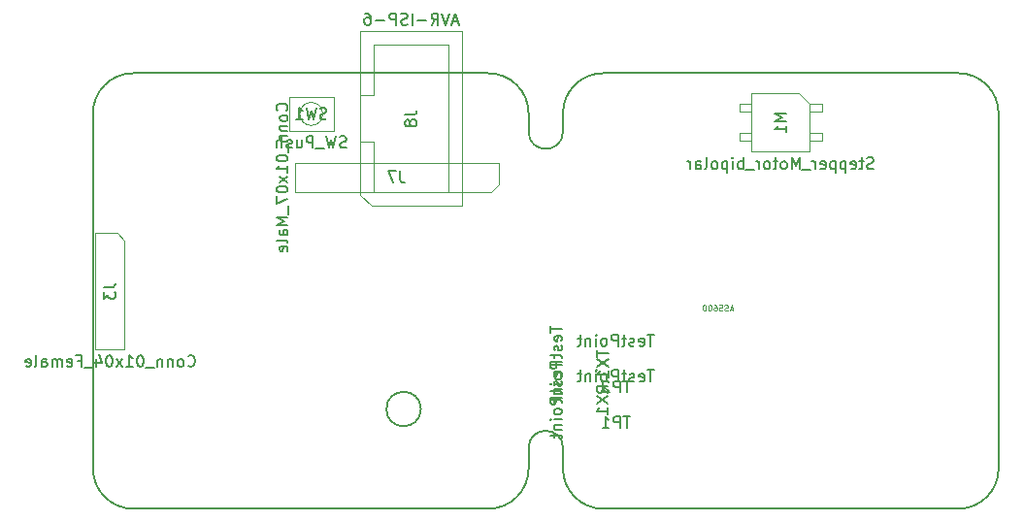
<source format=gbr>
%TF.GenerationSoftware,KiCad,Pcbnew,(5.1.8-0-10_14)*%
%TF.CreationDate,2021-09-02T11:11:12+02:00*%
%TF.ProjectId,ethersweep,65746865-7273-4776-9565-702e6b696361,2.0.1*%
%TF.SameCoordinates,Original*%
%TF.FileFunction,Other,Fab,Bot*%
%FSLAX46Y46*%
G04 Gerber Fmt 4.6, Leading zero omitted, Abs format (unit mm)*
G04 Created by KiCad (PCBNEW (5.1.8-0-10_14)) date 2021-09-02 11:11:12*
%MOMM*%
%LPD*%
G01*
G04 APERTURE LIST*
%TA.AperFunction,Profile*%
%ADD10C,0.150000*%
%TD*%
%ADD11C,0.100000*%
%ADD12C,0.150000*%
%ADD13C,0.015000*%
G04 APERTURE END LIST*
D10*
X221600000Y-26700000D02*
G75*
G02*
X225100000Y-30200000I0J-3500000D01*
G01*
X184100000Y-60700000D02*
X184100000Y-59400000D01*
X187100000Y-31800000D02*
X187100000Y-30700000D01*
X187100000Y-31800000D02*
G75*
G02*
X184100000Y-31800000I-1500000J0D01*
G01*
X187100000Y-61200000D02*
X187100000Y-59400000D01*
X184100000Y-31800000D02*
X184100000Y-30200000D01*
X184100000Y-59400000D02*
G75*
G02*
X187100000Y-59400000I1500000J0D01*
G01*
X184100000Y-61200000D02*
X184100000Y-60700000D01*
X187100000Y-30200000D02*
X187100000Y-30700000D01*
X174700000Y-56000000D02*
G75*
G03*
X174700000Y-56000000I-1500000J0D01*
G01*
X149600000Y-64700000D02*
G75*
G02*
X146100000Y-61200000I0J3500000D01*
G01*
X149600000Y-64700000D02*
X180600000Y-64700000D01*
X190600000Y-26700000D02*
X221600000Y-26700000D01*
X187100000Y-30200000D02*
G75*
G02*
X190600000Y-26700000I3500000J0D01*
G01*
X225100000Y-61200000D02*
G75*
G02*
X221600000Y-64700000I-3500000J0D01*
G01*
X190600000Y-64700000D02*
G75*
G02*
X187100000Y-61200000I0J3500000D01*
G01*
X190600000Y-64700000D02*
X221600000Y-64700000D01*
X225100000Y-61200000D02*
X225100000Y-30200000D01*
X146100000Y-30200000D02*
X146100000Y-61200000D01*
X184100000Y-61200000D02*
G75*
G02*
X180600000Y-64700000I-3500000J0D01*
G01*
X180600000Y-26700000D02*
G75*
G02*
X184100000Y-30200000I0J-3500000D01*
G01*
X146100000Y-30200000D02*
G75*
G02*
X149600000Y-26700000I3500000J0D01*
G01*
X180600000Y-26700000D02*
X149600000Y-26700000D01*
D11*
X169420000Y-37300000D02*
X170420000Y-38300000D01*
X170420000Y-38300000D02*
X178320000Y-38300000D01*
X178320000Y-38300000D02*
X178320000Y-23020000D01*
X178320000Y-23020000D02*
X169420000Y-23020000D01*
X169420000Y-23020000D02*
X169420000Y-37300000D01*
X169420000Y-32710000D02*
X170620000Y-32710000D01*
X170620000Y-32710000D02*
X170620000Y-37110000D01*
X170620000Y-37110000D02*
X177120000Y-37110000D01*
X177120000Y-37110000D02*
X177120000Y-24210000D01*
X177120000Y-24210000D02*
X170620000Y-24210000D01*
X170620000Y-24210000D02*
X170620000Y-28610000D01*
X170620000Y-28610000D02*
X170620000Y-28610000D01*
X170620000Y-28610000D02*
X169420000Y-28610000D01*
X148870000Y-41265000D02*
X148235000Y-40630000D01*
X148870000Y-50790000D02*
X148870000Y-41265000D01*
X146330000Y-50790000D02*
X148870000Y-50790000D01*
X146330000Y-40630000D02*
X146330000Y-50790000D01*
X148235000Y-40630000D02*
X146330000Y-40630000D01*
X202500000Y-32590000D02*
X203560000Y-32590000D01*
X202500000Y-31950000D02*
X202500000Y-32590000D01*
X203560000Y-31950000D02*
X202500000Y-31950000D01*
X209700000Y-32590000D02*
X208640000Y-32590000D01*
X209700000Y-31950000D02*
X209700000Y-32590000D01*
X208640000Y-31950000D02*
X209700000Y-31950000D01*
X202500000Y-30050000D02*
X203560000Y-30050000D01*
X202500000Y-29410000D02*
X202500000Y-30050000D01*
X203560000Y-29410000D02*
X202500000Y-29410000D01*
X209700000Y-30050000D02*
X208640000Y-30050000D01*
X209700000Y-29410000D02*
X209700000Y-30050000D01*
X208640000Y-29410000D02*
X209700000Y-29410000D01*
X203560000Y-28460000D02*
X203560000Y-33540000D01*
X208640000Y-29410000D02*
X207690000Y-28460000D01*
X208640000Y-33540000D02*
X208640000Y-29410000D01*
X207690000Y-28460000D02*
X203560000Y-28460000D01*
X203560000Y-33540000D02*
X208640000Y-33540000D01*
X163200000Y-28800000D02*
X163200000Y-31700000D01*
X167100000Y-28800000D02*
X163200000Y-28800000D01*
X167100000Y-31700000D02*
X167100000Y-28800000D01*
X163200000Y-31700000D02*
X167100000Y-31700000D01*
X166150000Y-30250000D02*
G75*
G03*
X166150000Y-30250000I-1000000J0D01*
G01*
X180835000Y-37070000D02*
X181470000Y-36435000D01*
X163690000Y-37070000D02*
X180835000Y-37070000D01*
X163690000Y-34530000D02*
X163690000Y-37070000D01*
X181470000Y-34530000D02*
X163690000Y-34530000D01*
X181470000Y-36435000D02*
X181470000Y-34530000D01*
D12*
X177965238Y-22186666D02*
X177489047Y-22186666D01*
X178060476Y-22472380D02*
X177727142Y-21472380D01*
X177393809Y-22472380D01*
X177203333Y-21472380D02*
X176870000Y-22472380D01*
X176536666Y-21472380D01*
X175631904Y-22472380D02*
X175965238Y-21996190D01*
X176203333Y-22472380D02*
X176203333Y-21472380D01*
X175822380Y-21472380D01*
X175727142Y-21520000D01*
X175679523Y-21567619D01*
X175631904Y-21662857D01*
X175631904Y-21805714D01*
X175679523Y-21900952D01*
X175727142Y-21948571D01*
X175822380Y-21996190D01*
X176203333Y-21996190D01*
X175203333Y-22091428D02*
X174441428Y-22091428D01*
X173965238Y-22472380D02*
X173965238Y-21472380D01*
X173536666Y-22424761D02*
X173393809Y-22472380D01*
X173155714Y-22472380D01*
X173060476Y-22424761D01*
X173012857Y-22377142D01*
X172965238Y-22281904D01*
X172965238Y-22186666D01*
X173012857Y-22091428D01*
X173060476Y-22043809D01*
X173155714Y-21996190D01*
X173346190Y-21948571D01*
X173441428Y-21900952D01*
X173489047Y-21853333D01*
X173536666Y-21758095D01*
X173536666Y-21662857D01*
X173489047Y-21567619D01*
X173441428Y-21520000D01*
X173346190Y-21472380D01*
X173108095Y-21472380D01*
X172965238Y-21520000D01*
X172536666Y-22472380D02*
X172536666Y-21472380D01*
X172155714Y-21472380D01*
X172060476Y-21520000D01*
X172012857Y-21567619D01*
X171965238Y-21662857D01*
X171965238Y-21805714D01*
X172012857Y-21900952D01*
X172060476Y-21948571D01*
X172155714Y-21996190D01*
X172536666Y-21996190D01*
X171536666Y-22091428D02*
X170774761Y-22091428D01*
X169870000Y-21472380D02*
X170060476Y-21472380D01*
X170155714Y-21520000D01*
X170203333Y-21567619D01*
X170298571Y-21710476D01*
X170346190Y-21900952D01*
X170346190Y-22281904D01*
X170298571Y-22377142D01*
X170250952Y-22424761D01*
X170155714Y-22472380D01*
X169965238Y-22472380D01*
X169870000Y-22424761D01*
X169822380Y-22377142D01*
X169774761Y-22281904D01*
X169774761Y-22043809D01*
X169822380Y-21948571D01*
X169870000Y-21900952D01*
X169965238Y-21853333D01*
X170155714Y-21853333D01*
X170250952Y-21900952D01*
X170298571Y-21948571D01*
X170346190Y-22043809D01*
X173322380Y-30326666D02*
X174036666Y-30326666D01*
X174179523Y-30279047D01*
X174274761Y-30183809D01*
X174322380Y-30040952D01*
X174322380Y-29945714D01*
X173750952Y-30945714D02*
X173703333Y-30850476D01*
X173655714Y-30802857D01*
X173560476Y-30755238D01*
X173512857Y-30755238D01*
X173417619Y-30802857D01*
X173370000Y-30850476D01*
X173322380Y-30945714D01*
X173322380Y-31136190D01*
X173370000Y-31231428D01*
X173417619Y-31279047D01*
X173512857Y-31326666D01*
X173560476Y-31326666D01*
X173655714Y-31279047D01*
X173703333Y-31231428D01*
X173750952Y-31136190D01*
X173750952Y-30945714D01*
X173798571Y-30850476D01*
X173846190Y-30802857D01*
X173941428Y-30755238D01*
X174131904Y-30755238D01*
X174227142Y-30802857D01*
X174274761Y-30850476D01*
X174322380Y-30945714D01*
X174322380Y-31136190D01*
X174274761Y-31231428D01*
X174227142Y-31279047D01*
X174131904Y-31326666D01*
X173941428Y-31326666D01*
X173846190Y-31279047D01*
X173798571Y-31231428D01*
X173750952Y-31136190D01*
X154385714Y-52207142D02*
X154433333Y-52254761D01*
X154576190Y-52302380D01*
X154671428Y-52302380D01*
X154814285Y-52254761D01*
X154909523Y-52159523D01*
X154957142Y-52064285D01*
X155004761Y-51873809D01*
X155004761Y-51730952D01*
X154957142Y-51540476D01*
X154909523Y-51445238D01*
X154814285Y-51350000D01*
X154671428Y-51302380D01*
X154576190Y-51302380D01*
X154433333Y-51350000D01*
X154385714Y-51397619D01*
X153814285Y-52302380D02*
X153909523Y-52254761D01*
X153957142Y-52207142D01*
X154004761Y-52111904D01*
X154004761Y-51826190D01*
X153957142Y-51730952D01*
X153909523Y-51683333D01*
X153814285Y-51635714D01*
X153671428Y-51635714D01*
X153576190Y-51683333D01*
X153528571Y-51730952D01*
X153480952Y-51826190D01*
X153480952Y-52111904D01*
X153528571Y-52207142D01*
X153576190Y-52254761D01*
X153671428Y-52302380D01*
X153814285Y-52302380D01*
X153052380Y-51635714D02*
X153052380Y-52302380D01*
X153052380Y-51730952D02*
X153004761Y-51683333D01*
X152909523Y-51635714D01*
X152766666Y-51635714D01*
X152671428Y-51683333D01*
X152623809Y-51778571D01*
X152623809Y-52302380D01*
X152147619Y-51635714D02*
X152147619Y-52302380D01*
X152147619Y-51730952D02*
X152100000Y-51683333D01*
X152004761Y-51635714D01*
X151861904Y-51635714D01*
X151766666Y-51683333D01*
X151719047Y-51778571D01*
X151719047Y-52302380D01*
X151480952Y-52397619D02*
X150719047Y-52397619D01*
X150290476Y-51302380D02*
X150195238Y-51302380D01*
X150100000Y-51350000D01*
X150052380Y-51397619D01*
X150004761Y-51492857D01*
X149957142Y-51683333D01*
X149957142Y-51921428D01*
X150004761Y-52111904D01*
X150052380Y-52207142D01*
X150100000Y-52254761D01*
X150195238Y-52302380D01*
X150290476Y-52302380D01*
X150385714Y-52254761D01*
X150433333Y-52207142D01*
X150480952Y-52111904D01*
X150528571Y-51921428D01*
X150528571Y-51683333D01*
X150480952Y-51492857D01*
X150433333Y-51397619D01*
X150385714Y-51350000D01*
X150290476Y-51302380D01*
X149004761Y-52302380D02*
X149576190Y-52302380D01*
X149290476Y-52302380D02*
X149290476Y-51302380D01*
X149385714Y-51445238D01*
X149480952Y-51540476D01*
X149576190Y-51588095D01*
X148671428Y-52302380D02*
X148147619Y-51635714D01*
X148671428Y-51635714D02*
X148147619Y-52302380D01*
X147576190Y-51302380D02*
X147480952Y-51302380D01*
X147385714Y-51350000D01*
X147338095Y-51397619D01*
X147290476Y-51492857D01*
X147242857Y-51683333D01*
X147242857Y-51921428D01*
X147290476Y-52111904D01*
X147338095Y-52207142D01*
X147385714Y-52254761D01*
X147480952Y-52302380D01*
X147576190Y-52302380D01*
X147671428Y-52254761D01*
X147719047Y-52207142D01*
X147766666Y-52111904D01*
X147814285Y-51921428D01*
X147814285Y-51683333D01*
X147766666Y-51492857D01*
X147719047Y-51397619D01*
X147671428Y-51350000D01*
X147576190Y-51302380D01*
X146385714Y-51635714D02*
X146385714Y-52302380D01*
X146623809Y-51254761D02*
X146861904Y-51969047D01*
X146242857Y-51969047D01*
X146100000Y-52397619D02*
X145338095Y-52397619D01*
X144766666Y-51778571D02*
X145100000Y-51778571D01*
X145100000Y-52302380D02*
X145100000Y-51302380D01*
X144623809Y-51302380D01*
X143861904Y-52254761D02*
X143957142Y-52302380D01*
X144147619Y-52302380D01*
X144242857Y-52254761D01*
X144290476Y-52159523D01*
X144290476Y-51778571D01*
X144242857Y-51683333D01*
X144147619Y-51635714D01*
X143957142Y-51635714D01*
X143861904Y-51683333D01*
X143814285Y-51778571D01*
X143814285Y-51873809D01*
X144290476Y-51969047D01*
X143385714Y-52302380D02*
X143385714Y-51635714D01*
X143385714Y-51730952D02*
X143338095Y-51683333D01*
X143242857Y-51635714D01*
X143100000Y-51635714D01*
X143004761Y-51683333D01*
X142957142Y-51778571D01*
X142957142Y-52302380D01*
X142957142Y-51778571D02*
X142909523Y-51683333D01*
X142814285Y-51635714D01*
X142671428Y-51635714D01*
X142576190Y-51683333D01*
X142528571Y-51778571D01*
X142528571Y-52302380D01*
X141623809Y-52302380D02*
X141623809Y-51778571D01*
X141671428Y-51683333D01*
X141766666Y-51635714D01*
X141957142Y-51635714D01*
X142052380Y-51683333D01*
X141623809Y-52254761D02*
X141719047Y-52302380D01*
X141957142Y-52302380D01*
X142052380Y-52254761D01*
X142100000Y-52159523D01*
X142100000Y-52064285D01*
X142052380Y-51969047D01*
X141957142Y-51921428D01*
X141719047Y-51921428D01*
X141623809Y-51873809D01*
X141004761Y-52302380D02*
X141100000Y-52254761D01*
X141147619Y-52159523D01*
X141147619Y-51302380D01*
X140242857Y-52254761D02*
X140338095Y-52302380D01*
X140528571Y-52302380D01*
X140623809Y-52254761D01*
X140671428Y-52159523D01*
X140671428Y-51778571D01*
X140623809Y-51683333D01*
X140528571Y-51635714D01*
X140338095Y-51635714D01*
X140242857Y-51683333D01*
X140195238Y-51778571D01*
X140195238Y-51873809D01*
X140671428Y-51969047D01*
X147052380Y-45376666D02*
X147766666Y-45376666D01*
X147909523Y-45329047D01*
X148004761Y-45233809D01*
X148052380Y-45090952D01*
X148052380Y-44995714D01*
X147052380Y-45757619D02*
X147052380Y-46376666D01*
X147433333Y-46043333D01*
X147433333Y-46186190D01*
X147480952Y-46281428D01*
X147528571Y-46329047D01*
X147623809Y-46376666D01*
X147861904Y-46376666D01*
X147957142Y-46329047D01*
X148004761Y-46281428D01*
X148052380Y-46186190D01*
X148052380Y-45900476D01*
X148004761Y-45805238D01*
X147957142Y-45757619D01*
X214195238Y-35004761D02*
X214052380Y-35052380D01*
X213814285Y-35052380D01*
X213719047Y-35004761D01*
X213671428Y-34957142D01*
X213623809Y-34861904D01*
X213623809Y-34766666D01*
X213671428Y-34671428D01*
X213719047Y-34623809D01*
X213814285Y-34576190D01*
X214004761Y-34528571D01*
X214100000Y-34480952D01*
X214147619Y-34433333D01*
X214195238Y-34338095D01*
X214195238Y-34242857D01*
X214147619Y-34147619D01*
X214100000Y-34100000D01*
X214004761Y-34052380D01*
X213766666Y-34052380D01*
X213623809Y-34100000D01*
X213338095Y-34385714D02*
X212957142Y-34385714D01*
X213195238Y-34052380D02*
X213195238Y-34909523D01*
X213147619Y-35004761D01*
X213052380Y-35052380D01*
X212957142Y-35052380D01*
X212242857Y-35004761D02*
X212338095Y-35052380D01*
X212528571Y-35052380D01*
X212623809Y-35004761D01*
X212671428Y-34909523D01*
X212671428Y-34528571D01*
X212623809Y-34433333D01*
X212528571Y-34385714D01*
X212338095Y-34385714D01*
X212242857Y-34433333D01*
X212195238Y-34528571D01*
X212195238Y-34623809D01*
X212671428Y-34719047D01*
X211766666Y-34385714D02*
X211766666Y-35385714D01*
X211766666Y-34433333D02*
X211671428Y-34385714D01*
X211480952Y-34385714D01*
X211385714Y-34433333D01*
X211338095Y-34480952D01*
X211290476Y-34576190D01*
X211290476Y-34861904D01*
X211338095Y-34957142D01*
X211385714Y-35004761D01*
X211480952Y-35052380D01*
X211671428Y-35052380D01*
X211766666Y-35004761D01*
X210861904Y-34385714D02*
X210861904Y-35385714D01*
X210861904Y-34433333D02*
X210766666Y-34385714D01*
X210576190Y-34385714D01*
X210480952Y-34433333D01*
X210433333Y-34480952D01*
X210385714Y-34576190D01*
X210385714Y-34861904D01*
X210433333Y-34957142D01*
X210480952Y-35004761D01*
X210576190Y-35052380D01*
X210766666Y-35052380D01*
X210861904Y-35004761D01*
X209576190Y-35004761D02*
X209671428Y-35052380D01*
X209861904Y-35052380D01*
X209957142Y-35004761D01*
X210004761Y-34909523D01*
X210004761Y-34528571D01*
X209957142Y-34433333D01*
X209861904Y-34385714D01*
X209671428Y-34385714D01*
X209576190Y-34433333D01*
X209528571Y-34528571D01*
X209528571Y-34623809D01*
X210004761Y-34719047D01*
X209100000Y-35052380D02*
X209100000Y-34385714D01*
X209100000Y-34576190D02*
X209052380Y-34480952D01*
X209004761Y-34433333D01*
X208909523Y-34385714D01*
X208814285Y-34385714D01*
X208719047Y-35147619D02*
X207957142Y-35147619D01*
X207719047Y-35052380D02*
X207719047Y-34052380D01*
X207385714Y-34766666D01*
X207052380Y-34052380D01*
X207052380Y-35052380D01*
X206433333Y-35052380D02*
X206528571Y-35004761D01*
X206576190Y-34957142D01*
X206623809Y-34861904D01*
X206623809Y-34576190D01*
X206576190Y-34480952D01*
X206528571Y-34433333D01*
X206433333Y-34385714D01*
X206290476Y-34385714D01*
X206195238Y-34433333D01*
X206147619Y-34480952D01*
X206100000Y-34576190D01*
X206100000Y-34861904D01*
X206147619Y-34957142D01*
X206195238Y-35004761D01*
X206290476Y-35052380D01*
X206433333Y-35052380D01*
X205814285Y-34385714D02*
X205433333Y-34385714D01*
X205671428Y-34052380D02*
X205671428Y-34909523D01*
X205623809Y-35004761D01*
X205528571Y-35052380D01*
X205433333Y-35052380D01*
X204957142Y-35052380D02*
X205052380Y-35004761D01*
X205100000Y-34957142D01*
X205147619Y-34861904D01*
X205147619Y-34576190D01*
X205100000Y-34480952D01*
X205052380Y-34433333D01*
X204957142Y-34385714D01*
X204814285Y-34385714D01*
X204719047Y-34433333D01*
X204671428Y-34480952D01*
X204623809Y-34576190D01*
X204623809Y-34861904D01*
X204671428Y-34957142D01*
X204719047Y-35004761D01*
X204814285Y-35052380D01*
X204957142Y-35052380D01*
X204195238Y-35052380D02*
X204195238Y-34385714D01*
X204195238Y-34576190D02*
X204147619Y-34480952D01*
X204100000Y-34433333D01*
X204004761Y-34385714D01*
X203909523Y-34385714D01*
X203814285Y-35147619D02*
X203052380Y-35147619D01*
X202814285Y-35052380D02*
X202814285Y-34052380D01*
X202814285Y-34433333D02*
X202719047Y-34385714D01*
X202528571Y-34385714D01*
X202433333Y-34433333D01*
X202385714Y-34480952D01*
X202338095Y-34576190D01*
X202338095Y-34861904D01*
X202385714Y-34957142D01*
X202433333Y-35004761D01*
X202528571Y-35052380D01*
X202719047Y-35052380D01*
X202814285Y-35004761D01*
X201909523Y-35052380D02*
X201909523Y-34385714D01*
X201909523Y-34052380D02*
X201957142Y-34100000D01*
X201909523Y-34147619D01*
X201861904Y-34100000D01*
X201909523Y-34052380D01*
X201909523Y-34147619D01*
X201433333Y-34385714D02*
X201433333Y-35385714D01*
X201433333Y-34433333D02*
X201338095Y-34385714D01*
X201147619Y-34385714D01*
X201052380Y-34433333D01*
X201004761Y-34480952D01*
X200957142Y-34576190D01*
X200957142Y-34861904D01*
X201004761Y-34957142D01*
X201052380Y-35004761D01*
X201147619Y-35052380D01*
X201338095Y-35052380D01*
X201433333Y-35004761D01*
X200385714Y-35052380D02*
X200480952Y-35004761D01*
X200528571Y-34957142D01*
X200576190Y-34861904D01*
X200576190Y-34576190D01*
X200528571Y-34480952D01*
X200480952Y-34433333D01*
X200385714Y-34385714D01*
X200242857Y-34385714D01*
X200147619Y-34433333D01*
X200100000Y-34480952D01*
X200052380Y-34576190D01*
X200052380Y-34861904D01*
X200100000Y-34957142D01*
X200147619Y-35004761D01*
X200242857Y-35052380D01*
X200385714Y-35052380D01*
X199480952Y-35052380D02*
X199576190Y-35004761D01*
X199623809Y-34909523D01*
X199623809Y-34052380D01*
X198671428Y-35052380D02*
X198671428Y-34528571D01*
X198719047Y-34433333D01*
X198814285Y-34385714D01*
X199004761Y-34385714D01*
X199100000Y-34433333D01*
X198671428Y-35004761D02*
X198766666Y-35052380D01*
X199004761Y-35052380D01*
X199100000Y-35004761D01*
X199147619Y-34909523D01*
X199147619Y-34814285D01*
X199100000Y-34719047D01*
X199004761Y-34671428D01*
X198766666Y-34671428D01*
X198671428Y-34623809D01*
X198195238Y-35052380D02*
X198195238Y-34385714D01*
X198195238Y-34576190D02*
X198147619Y-34480952D01*
X198100000Y-34433333D01*
X198004761Y-34385714D01*
X197909523Y-34385714D01*
X206552380Y-30190476D02*
X205552380Y-30190476D01*
X206266666Y-30523809D01*
X205552380Y-30857142D01*
X206552380Y-30857142D01*
X206552380Y-31857142D02*
X206552380Y-31285714D01*
X206552380Y-31571428D02*
X205552380Y-31571428D01*
X205695238Y-31476190D01*
X205790476Y-31380952D01*
X205838095Y-31285714D01*
X168197619Y-33154761D02*
X168054761Y-33202380D01*
X167816666Y-33202380D01*
X167721428Y-33154761D01*
X167673809Y-33107142D01*
X167626190Y-33011904D01*
X167626190Y-32916666D01*
X167673809Y-32821428D01*
X167721428Y-32773809D01*
X167816666Y-32726190D01*
X168007142Y-32678571D01*
X168102380Y-32630952D01*
X168150000Y-32583333D01*
X168197619Y-32488095D01*
X168197619Y-32392857D01*
X168150000Y-32297619D01*
X168102380Y-32250000D01*
X168007142Y-32202380D01*
X167769047Y-32202380D01*
X167626190Y-32250000D01*
X167292857Y-32202380D02*
X167054761Y-33202380D01*
X166864285Y-32488095D01*
X166673809Y-33202380D01*
X166435714Y-32202380D01*
X166292857Y-33297619D02*
X165530952Y-33297619D01*
X165292857Y-33202380D02*
X165292857Y-32202380D01*
X164911904Y-32202380D01*
X164816666Y-32250000D01*
X164769047Y-32297619D01*
X164721428Y-32392857D01*
X164721428Y-32535714D01*
X164769047Y-32630952D01*
X164816666Y-32678571D01*
X164911904Y-32726190D01*
X165292857Y-32726190D01*
X163864285Y-32535714D02*
X163864285Y-33202380D01*
X164292857Y-32535714D02*
X164292857Y-33059523D01*
X164245238Y-33154761D01*
X164150000Y-33202380D01*
X164007142Y-33202380D01*
X163911904Y-33154761D01*
X163864285Y-33107142D01*
X163435714Y-33154761D02*
X163340476Y-33202380D01*
X163150000Y-33202380D01*
X163054761Y-33154761D01*
X163007142Y-33059523D01*
X163007142Y-33011904D01*
X163054761Y-32916666D01*
X163150000Y-32869047D01*
X163292857Y-32869047D01*
X163388095Y-32821428D01*
X163435714Y-32726190D01*
X163435714Y-32678571D01*
X163388095Y-32583333D01*
X163292857Y-32535714D01*
X163150000Y-32535714D01*
X163054761Y-32583333D01*
X162578571Y-33202380D02*
X162578571Y-32202380D01*
X162150000Y-33202380D02*
X162150000Y-32678571D01*
X162197619Y-32583333D01*
X162292857Y-32535714D01*
X162435714Y-32535714D01*
X162530952Y-32583333D01*
X162578571Y-32630952D01*
X166483333Y-30654761D02*
X166340476Y-30702380D01*
X166102380Y-30702380D01*
X166007142Y-30654761D01*
X165959523Y-30607142D01*
X165911904Y-30511904D01*
X165911904Y-30416666D01*
X165959523Y-30321428D01*
X166007142Y-30273809D01*
X166102380Y-30226190D01*
X166292857Y-30178571D01*
X166388095Y-30130952D01*
X166435714Y-30083333D01*
X166483333Y-29988095D01*
X166483333Y-29892857D01*
X166435714Y-29797619D01*
X166388095Y-29750000D01*
X166292857Y-29702380D01*
X166054761Y-29702380D01*
X165911904Y-29750000D01*
X165578571Y-29702380D02*
X165340476Y-30702380D01*
X165150000Y-29988095D01*
X164959523Y-30702380D01*
X164721428Y-29702380D01*
X163816666Y-30702380D02*
X164388095Y-30702380D01*
X164102380Y-30702380D02*
X164102380Y-29702380D01*
X164197619Y-29845238D01*
X164292857Y-29940476D01*
X164388095Y-29988095D01*
D13*
X201909523Y-47283333D02*
X201671428Y-47283333D01*
X201957142Y-47426190D02*
X201790476Y-46926190D01*
X201623809Y-47426190D01*
X201480952Y-47402380D02*
X201409523Y-47426190D01*
X201290476Y-47426190D01*
X201242857Y-47402380D01*
X201219047Y-47378571D01*
X201195238Y-47330952D01*
X201195238Y-47283333D01*
X201219047Y-47235714D01*
X201242857Y-47211904D01*
X201290476Y-47188095D01*
X201385714Y-47164285D01*
X201433333Y-47140476D01*
X201457142Y-47116666D01*
X201480952Y-47069047D01*
X201480952Y-47021428D01*
X201457142Y-46973809D01*
X201433333Y-46950000D01*
X201385714Y-46926190D01*
X201266666Y-46926190D01*
X201195238Y-46950000D01*
X200742857Y-46926190D02*
X200980952Y-46926190D01*
X201004761Y-47164285D01*
X200980952Y-47140476D01*
X200933333Y-47116666D01*
X200814285Y-47116666D01*
X200766666Y-47140476D01*
X200742857Y-47164285D01*
X200719047Y-47211904D01*
X200719047Y-47330952D01*
X200742857Y-47378571D01*
X200766666Y-47402380D01*
X200814285Y-47426190D01*
X200933333Y-47426190D01*
X200980952Y-47402380D01*
X201004761Y-47378571D01*
X200290476Y-46926190D02*
X200385714Y-46926190D01*
X200433333Y-46950000D01*
X200457142Y-46973809D01*
X200504761Y-47045238D01*
X200528571Y-47140476D01*
X200528571Y-47330952D01*
X200504761Y-47378571D01*
X200480952Y-47402380D01*
X200433333Y-47426190D01*
X200338095Y-47426190D01*
X200290476Y-47402380D01*
X200266666Y-47378571D01*
X200242857Y-47330952D01*
X200242857Y-47211904D01*
X200266666Y-47164285D01*
X200290476Y-47140476D01*
X200338095Y-47116666D01*
X200433333Y-47116666D01*
X200480952Y-47140476D01*
X200504761Y-47164285D01*
X200528571Y-47211904D01*
X199933333Y-46926190D02*
X199885714Y-46926190D01*
X199838095Y-46950000D01*
X199814285Y-46973809D01*
X199790476Y-47021428D01*
X199766666Y-47116666D01*
X199766666Y-47235714D01*
X199790476Y-47330952D01*
X199814285Y-47378571D01*
X199838095Y-47402380D01*
X199885714Y-47426190D01*
X199933333Y-47426190D01*
X199980952Y-47402380D01*
X200004761Y-47378571D01*
X200028571Y-47330952D01*
X200052380Y-47235714D01*
X200052380Y-47116666D01*
X200028571Y-47021428D01*
X200004761Y-46973809D01*
X199980952Y-46950000D01*
X199933333Y-46926190D01*
X199457142Y-46926190D02*
X199409523Y-46926190D01*
X199361904Y-46950000D01*
X199338095Y-46973809D01*
X199314285Y-47021428D01*
X199290476Y-47116666D01*
X199290476Y-47235714D01*
X199314285Y-47330952D01*
X199338095Y-47378571D01*
X199361904Y-47402380D01*
X199409523Y-47426190D01*
X199457142Y-47426190D01*
X199504761Y-47402380D01*
X199528571Y-47378571D01*
X199552380Y-47330952D01*
X199576190Y-47235714D01*
X199576190Y-47116666D01*
X199552380Y-47021428D01*
X199528571Y-46973809D01*
X199504761Y-46950000D01*
X199457142Y-46926190D01*
D12*
X185977379Y-51866666D02*
X185977379Y-52438095D01*
X186977379Y-52152380D02*
X185977379Y-52152380D01*
X186929760Y-53152380D02*
X186977379Y-53057142D01*
X186977379Y-52866666D01*
X186929760Y-52771428D01*
X186834522Y-52723809D01*
X186453570Y-52723809D01*
X186358332Y-52771428D01*
X186310713Y-52866666D01*
X186310713Y-53057142D01*
X186358332Y-53152380D01*
X186453570Y-53200000D01*
X186548808Y-53200000D01*
X186644046Y-52723809D01*
X186929760Y-53580952D02*
X186977379Y-53676190D01*
X186977379Y-53866666D01*
X186929760Y-53961904D01*
X186834522Y-54009523D01*
X186786903Y-54009523D01*
X186691665Y-53961904D01*
X186644046Y-53866666D01*
X186644046Y-53723809D01*
X186596427Y-53628571D01*
X186501189Y-53580952D01*
X186453570Y-53580952D01*
X186358332Y-53628571D01*
X186310713Y-53723809D01*
X186310713Y-53866666D01*
X186358332Y-53961904D01*
X186310713Y-54295238D02*
X186310713Y-54676190D01*
X185977379Y-54438095D02*
X186834522Y-54438095D01*
X186929760Y-54485714D01*
X186977379Y-54580952D01*
X186977379Y-54676190D01*
X186977379Y-55009523D02*
X185977379Y-55009523D01*
X185977379Y-55390476D01*
X186024999Y-55485714D01*
X186072618Y-55533333D01*
X186167856Y-55580952D01*
X186310713Y-55580952D01*
X186405951Y-55533333D01*
X186453570Y-55485714D01*
X186501189Y-55390476D01*
X186501189Y-55009523D01*
X186977379Y-56152380D02*
X186929760Y-56057142D01*
X186882141Y-56009523D01*
X186786903Y-55961904D01*
X186501189Y-55961904D01*
X186405951Y-56009523D01*
X186358332Y-56057142D01*
X186310713Y-56152380D01*
X186310713Y-56295238D01*
X186358332Y-56390476D01*
X186405951Y-56438095D01*
X186501189Y-56485714D01*
X186786903Y-56485714D01*
X186882141Y-56438095D01*
X186929760Y-56390476D01*
X186977379Y-56295238D01*
X186977379Y-56152380D01*
X186977379Y-56914285D02*
X186310713Y-56914285D01*
X185977379Y-56914285D02*
X186024999Y-56866666D01*
X186072618Y-56914285D01*
X186024999Y-56961904D01*
X185977379Y-56914285D01*
X186072618Y-56914285D01*
X186310713Y-57390476D02*
X186977379Y-57390476D01*
X186405951Y-57390476D02*
X186358332Y-57438095D01*
X186310713Y-57533333D01*
X186310713Y-57676190D01*
X186358332Y-57771428D01*
X186453570Y-57819047D01*
X186977379Y-57819047D01*
X186310713Y-58152380D02*
X186310713Y-58533333D01*
X185977379Y-58295238D02*
X186834522Y-58295238D01*
X186929760Y-58342857D01*
X186977379Y-58438095D01*
X186977379Y-58533333D01*
X191027379Y-54557142D02*
X190551189Y-54223809D01*
X191027379Y-53985714D02*
X190027379Y-53985714D01*
X190027379Y-54366666D01*
X190074999Y-54461904D01*
X190122618Y-54509523D01*
X190217856Y-54557142D01*
X190360713Y-54557142D01*
X190455951Y-54509523D01*
X190503570Y-54461904D01*
X190551189Y-54366666D01*
X190551189Y-53985714D01*
X190027379Y-54890476D02*
X191027379Y-55557142D01*
X190027379Y-55557142D02*
X191027379Y-54890476D01*
X191027379Y-56461904D02*
X191027379Y-55890476D01*
X191027379Y-56176190D02*
X190027379Y-56176190D01*
X190170237Y-56080952D01*
X190265475Y-55985714D01*
X190313094Y-55890476D01*
X186002380Y-48766666D02*
X186002380Y-49338095D01*
X187002380Y-49052380D02*
X186002380Y-49052380D01*
X186954761Y-50052380D02*
X187002380Y-49957142D01*
X187002380Y-49766666D01*
X186954761Y-49671428D01*
X186859523Y-49623809D01*
X186478571Y-49623809D01*
X186383333Y-49671428D01*
X186335714Y-49766666D01*
X186335714Y-49957142D01*
X186383333Y-50052380D01*
X186478571Y-50100000D01*
X186573809Y-50100000D01*
X186669047Y-49623809D01*
X186954761Y-50480952D02*
X187002380Y-50576190D01*
X187002380Y-50766666D01*
X186954761Y-50861904D01*
X186859523Y-50909523D01*
X186811904Y-50909523D01*
X186716666Y-50861904D01*
X186669047Y-50766666D01*
X186669047Y-50623809D01*
X186621428Y-50528571D01*
X186526190Y-50480952D01*
X186478571Y-50480952D01*
X186383333Y-50528571D01*
X186335714Y-50623809D01*
X186335714Y-50766666D01*
X186383333Y-50861904D01*
X186335714Y-51195238D02*
X186335714Y-51576190D01*
X186002380Y-51338095D02*
X186859523Y-51338095D01*
X186954761Y-51385714D01*
X187002380Y-51480952D01*
X187002380Y-51576190D01*
X187002380Y-51909523D02*
X186002380Y-51909523D01*
X186002380Y-52290476D01*
X186050000Y-52385714D01*
X186097619Y-52433333D01*
X186192857Y-52480952D01*
X186335714Y-52480952D01*
X186430952Y-52433333D01*
X186478571Y-52385714D01*
X186526190Y-52290476D01*
X186526190Y-51909523D01*
X187002380Y-53052380D02*
X186954761Y-52957142D01*
X186907142Y-52909523D01*
X186811904Y-52861904D01*
X186526190Y-52861904D01*
X186430952Y-52909523D01*
X186383333Y-52957142D01*
X186335714Y-53052380D01*
X186335714Y-53195238D01*
X186383333Y-53290476D01*
X186430952Y-53338095D01*
X186526190Y-53385714D01*
X186811904Y-53385714D01*
X186907142Y-53338095D01*
X186954761Y-53290476D01*
X187002380Y-53195238D01*
X187002380Y-53052380D01*
X187002380Y-53814285D02*
X186335714Y-53814285D01*
X186002380Y-53814285D02*
X186050000Y-53766666D01*
X186097619Y-53814285D01*
X186050000Y-53861904D01*
X186002380Y-53814285D01*
X186097619Y-53814285D01*
X186335714Y-54290476D02*
X187002380Y-54290476D01*
X186430952Y-54290476D02*
X186383333Y-54338095D01*
X186335714Y-54433333D01*
X186335714Y-54576190D01*
X186383333Y-54671428D01*
X186478571Y-54719047D01*
X187002380Y-54719047D01*
X186335714Y-55052380D02*
X186335714Y-55433333D01*
X186002380Y-55195238D02*
X186859523Y-55195238D01*
X186954761Y-55242857D01*
X187002380Y-55338095D01*
X187002380Y-55433333D01*
X190052380Y-50861904D02*
X190052380Y-51433333D01*
X191052380Y-51147619D02*
X190052380Y-51147619D01*
X190052380Y-51671428D02*
X191052380Y-52338095D01*
X190052380Y-52338095D02*
X191052380Y-51671428D01*
X191052380Y-53242857D02*
X191052380Y-52671428D01*
X191052380Y-52957142D02*
X190052380Y-52957142D01*
X190195238Y-52861904D01*
X190290476Y-52766666D01*
X190338095Y-52671428D01*
X195033333Y-52602380D02*
X194461904Y-52602380D01*
X194747619Y-53602380D02*
X194747619Y-52602380D01*
X193747619Y-53554761D02*
X193842857Y-53602380D01*
X194033333Y-53602380D01*
X194128571Y-53554761D01*
X194176190Y-53459523D01*
X194176190Y-53078571D01*
X194128571Y-52983333D01*
X194033333Y-52935714D01*
X193842857Y-52935714D01*
X193747619Y-52983333D01*
X193700000Y-53078571D01*
X193700000Y-53173809D01*
X194176190Y-53269047D01*
X193319047Y-53554761D02*
X193223809Y-53602380D01*
X193033333Y-53602380D01*
X192938095Y-53554761D01*
X192890476Y-53459523D01*
X192890476Y-53411904D01*
X192938095Y-53316666D01*
X193033333Y-53269047D01*
X193176190Y-53269047D01*
X193271428Y-53221428D01*
X193319047Y-53126190D01*
X193319047Y-53078571D01*
X193271428Y-52983333D01*
X193176190Y-52935714D01*
X193033333Y-52935714D01*
X192938095Y-52983333D01*
X192604761Y-52935714D02*
X192223809Y-52935714D01*
X192461904Y-52602380D02*
X192461904Y-53459523D01*
X192414285Y-53554761D01*
X192319047Y-53602380D01*
X192223809Y-53602380D01*
X191890476Y-53602380D02*
X191890476Y-52602380D01*
X191509523Y-52602380D01*
X191414285Y-52650000D01*
X191366666Y-52697619D01*
X191319047Y-52792857D01*
X191319047Y-52935714D01*
X191366666Y-53030952D01*
X191414285Y-53078571D01*
X191509523Y-53126190D01*
X191890476Y-53126190D01*
X190747619Y-53602380D02*
X190842857Y-53554761D01*
X190890476Y-53507142D01*
X190938095Y-53411904D01*
X190938095Y-53126190D01*
X190890476Y-53030952D01*
X190842857Y-52983333D01*
X190747619Y-52935714D01*
X190604761Y-52935714D01*
X190509523Y-52983333D01*
X190461904Y-53030952D01*
X190414285Y-53126190D01*
X190414285Y-53411904D01*
X190461904Y-53507142D01*
X190509523Y-53554761D01*
X190604761Y-53602380D01*
X190747619Y-53602380D01*
X189985714Y-53602380D02*
X189985714Y-52935714D01*
X189985714Y-52602380D02*
X190033333Y-52650000D01*
X189985714Y-52697619D01*
X189938095Y-52650000D01*
X189985714Y-52602380D01*
X189985714Y-52697619D01*
X189509523Y-52935714D02*
X189509523Y-53602380D01*
X189509523Y-53030952D02*
X189461904Y-52983333D01*
X189366666Y-52935714D01*
X189223809Y-52935714D01*
X189128571Y-52983333D01*
X189080952Y-53078571D01*
X189080952Y-53602380D01*
X188747619Y-52935714D02*
X188366666Y-52935714D01*
X188604761Y-52602380D02*
X188604761Y-53459523D01*
X188557142Y-53554761D01*
X188461904Y-53602380D01*
X188366666Y-53602380D01*
X192961904Y-56652380D02*
X192390476Y-56652380D01*
X192676190Y-57652380D02*
X192676190Y-56652380D01*
X192057142Y-57652380D02*
X192057142Y-56652380D01*
X191676190Y-56652380D01*
X191580952Y-56700000D01*
X191533333Y-56747619D01*
X191485714Y-56842857D01*
X191485714Y-56985714D01*
X191533333Y-57080952D01*
X191580952Y-57128571D01*
X191676190Y-57176190D01*
X192057142Y-57176190D01*
X190533333Y-57652380D02*
X191104761Y-57652380D01*
X190819047Y-57652380D02*
X190819047Y-56652380D01*
X190914285Y-56795238D01*
X191009523Y-56890476D01*
X191104761Y-56938095D01*
X195033333Y-49502380D02*
X194461904Y-49502380D01*
X194747619Y-50502380D02*
X194747619Y-49502380D01*
X193747619Y-50454761D02*
X193842857Y-50502380D01*
X194033333Y-50502380D01*
X194128571Y-50454761D01*
X194176190Y-50359523D01*
X194176190Y-49978571D01*
X194128571Y-49883333D01*
X194033333Y-49835714D01*
X193842857Y-49835714D01*
X193747619Y-49883333D01*
X193700000Y-49978571D01*
X193700000Y-50073809D01*
X194176190Y-50169047D01*
X193319047Y-50454761D02*
X193223809Y-50502380D01*
X193033333Y-50502380D01*
X192938095Y-50454761D01*
X192890476Y-50359523D01*
X192890476Y-50311904D01*
X192938095Y-50216666D01*
X193033333Y-50169047D01*
X193176190Y-50169047D01*
X193271428Y-50121428D01*
X193319047Y-50026190D01*
X193319047Y-49978571D01*
X193271428Y-49883333D01*
X193176190Y-49835714D01*
X193033333Y-49835714D01*
X192938095Y-49883333D01*
X192604761Y-49835714D02*
X192223809Y-49835714D01*
X192461904Y-49502380D02*
X192461904Y-50359523D01*
X192414285Y-50454761D01*
X192319047Y-50502380D01*
X192223809Y-50502380D01*
X191890476Y-50502380D02*
X191890476Y-49502380D01*
X191509523Y-49502380D01*
X191414285Y-49550000D01*
X191366666Y-49597619D01*
X191319047Y-49692857D01*
X191319047Y-49835714D01*
X191366666Y-49930952D01*
X191414285Y-49978571D01*
X191509523Y-50026190D01*
X191890476Y-50026190D01*
X190747619Y-50502380D02*
X190842857Y-50454761D01*
X190890476Y-50407142D01*
X190938095Y-50311904D01*
X190938095Y-50026190D01*
X190890476Y-49930952D01*
X190842857Y-49883333D01*
X190747619Y-49835714D01*
X190604761Y-49835714D01*
X190509523Y-49883333D01*
X190461904Y-49930952D01*
X190414285Y-50026190D01*
X190414285Y-50311904D01*
X190461904Y-50407142D01*
X190509523Y-50454761D01*
X190604761Y-50502380D01*
X190747619Y-50502380D01*
X189985714Y-50502380D02*
X189985714Y-49835714D01*
X189985714Y-49502380D02*
X190033333Y-49550000D01*
X189985714Y-49597619D01*
X189938095Y-49550000D01*
X189985714Y-49502380D01*
X189985714Y-49597619D01*
X189509523Y-49835714D02*
X189509523Y-50502380D01*
X189509523Y-49930952D02*
X189461904Y-49883333D01*
X189366666Y-49835714D01*
X189223809Y-49835714D01*
X189128571Y-49883333D01*
X189080952Y-49978571D01*
X189080952Y-50502380D01*
X188747619Y-49835714D02*
X188366666Y-49835714D01*
X188604761Y-49502380D02*
X188604761Y-50359523D01*
X188557142Y-50454761D01*
X188461904Y-50502380D01*
X188366666Y-50502380D01*
X192961904Y-53552380D02*
X192390476Y-53552380D01*
X192676190Y-54552380D02*
X192676190Y-53552380D01*
X192057142Y-54552380D02*
X192057142Y-53552380D01*
X191676190Y-53552380D01*
X191580952Y-53600000D01*
X191533333Y-53647619D01*
X191485714Y-53742857D01*
X191485714Y-53885714D01*
X191533333Y-53980952D01*
X191580952Y-54028571D01*
X191676190Y-54076190D01*
X192057142Y-54076190D01*
X191104761Y-53647619D02*
X191057142Y-53600000D01*
X190961904Y-53552380D01*
X190723809Y-53552380D01*
X190628571Y-53600000D01*
X190580952Y-53647619D01*
X190533333Y-53742857D01*
X190533333Y-53838095D01*
X190580952Y-53980952D01*
X191152380Y-54552380D01*
X190533333Y-54552380D01*
X162987142Y-29966666D02*
X163034761Y-29919047D01*
X163082380Y-29776190D01*
X163082380Y-29680952D01*
X163034761Y-29538095D01*
X162939523Y-29442857D01*
X162844285Y-29395238D01*
X162653809Y-29347619D01*
X162510952Y-29347619D01*
X162320476Y-29395238D01*
X162225238Y-29442857D01*
X162130000Y-29538095D01*
X162082380Y-29680952D01*
X162082380Y-29776190D01*
X162130000Y-29919047D01*
X162177619Y-29966666D01*
X163082380Y-30538095D02*
X163034761Y-30442857D01*
X162987142Y-30395238D01*
X162891904Y-30347619D01*
X162606190Y-30347619D01*
X162510952Y-30395238D01*
X162463333Y-30442857D01*
X162415714Y-30538095D01*
X162415714Y-30680952D01*
X162463333Y-30776190D01*
X162510952Y-30823809D01*
X162606190Y-30871428D01*
X162891904Y-30871428D01*
X162987142Y-30823809D01*
X163034761Y-30776190D01*
X163082380Y-30680952D01*
X163082380Y-30538095D01*
X162415714Y-31300000D02*
X163082380Y-31300000D01*
X162510952Y-31300000D02*
X162463333Y-31347619D01*
X162415714Y-31442857D01*
X162415714Y-31585714D01*
X162463333Y-31680952D01*
X162558571Y-31728571D01*
X163082380Y-31728571D01*
X162415714Y-32204761D02*
X163082380Y-32204761D01*
X162510952Y-32204761D02*
X162463333Y-32252380D01*
X162415714Y-32347619D01*
X162415714Y-32490476D01*
X162463333Y-32585714D01*
X162558571Y-32633333D01*
X163082380Y-32633333D01*
X163177619Y-32871428D02*
X163177619Y-33633333D01*
X162082380Y-34061904D02*
X162082380Y-34157142D01*
X162130000Y-34252380D01*
X162177619Y-34300000D01*
X162272857Y-34347619D01*
X162463333Y-34395238D01*
X162701428Y-34395238D01*
X162891904Y-34347619D01*
X162987142Y-34300000D01*
X163034761Y-34252380D01*
X163082380Y-34157142D01*
X163082380Y-34061904D01*
X163034761Y-33966666D01*
X162987142Y-33919047D01*
X162891904Y-33871428D01*
X162701428Y-33823809D01*
X162463333Y-33823809D01*
X162272857Y-33871428D01*
X162177619Y-33919047D01*
X162130000Y-33966666D01*
X162082380Y-34061904D01*
X163082380Y-35347619D02*
X163082380Y-34776190D01*
X163082380Y-35061904D02*
X162082380Y-35061904D01*
X162225238Y-34966666D01*
X162320476Y-34871428D01*
X162368095Y-34776190D01*
X163082380Y-35680952D02*
X162415714Y-36204761D01*
X162415714Y-35680952D02*
X163082380Y-36204761D01*
X162082380Y-36776190D02*
X162082380Y-36871428D01*
X162130000Y-36966666D01*
X162177619Y-37014285D01*
X162272857Y-37061904D01*
X162463333Y-37109523D01*
X162701428Y-37109523D01*
X162891904Y-37061904D01*
X162987142Y-37014285D01*
X163034761Y-36966666D01*
X163082380Y-36871428D01*
X163082380Y-36776190D01*
X163034761Y-36680952D01*
X162987142Y-36633333D01*
X162891904Y-36585714D01*
X162701428Y-36538095D01*
X162463333Y-36538095D01*
X162272857Y-36585714D01*
X162177619Y-36633333D01*
X162130000Y-36680952D01*
X162082380Y-36776190D01*
X162082380Y-37442857D02*
X162082380Y-38109523D01*
X163082380Y-37680952D01*
X163177619Y-38252380D02*
X163177619Y-39014285D01*
X163082380Y-39252380D02*
X162082380Y-39252380D01*
X162796666Y-39585714D01*
X162082380Y-39919047D01*
X163082380Y-39919047D01*
X163082380Y-40823809D02*
X162558571Y-40823809D01*
X162463333Y-40776190D01*
X162415714Y-40680952D01*
X162415714Y-40490476D01*
X162463333Y-40395238D01*
X163034761Y-40823809D02*
X163082380Y-40728571D01*
X163082380Y-40490476D01*
X163034761Y-40395238D01*
X162939523Y-40347619D01*
X162844285Y-40347619D01*
X162749047Y-40395238D01*
X162701428Y-40490476D01*
X162701428Y-40728571D01*
X162653809Y-40823809D01*
X163082380Y-41442857D02*
X163034761Y-41347619D01*
X162939523Y-41300000D01*
X162082380Y-41300000D01*
X163034761Y-42204761D02*
X163082380Y-42109523D01*
X163082380Y-41919047D01*
X163034761Y-41823809D01*
X162939523Y-41776190D01*
X162558571Y-41776190D01*
X162463333Y-41823809D01*
X162415714Y-41919047D01*
X162415714Y-42109523D01*
X162463333Y-42204761D01*
X162558571Y-42252380D01*
X162653809Y-42252380D01*
X162749047Y-41776190D01*
X172913333Y-35252380D02*
X172913333Y-35966666D01*
X172960952Y-36109523D01*
X173056190Y-36204761D01*
X173199047Y-36252380D01*
X173294285Y-36252380D01*
X172532380Y-35252380D02*
X171865714Y-35252380D01*
X172294285Y-36252380D01*
M02*

</source>
